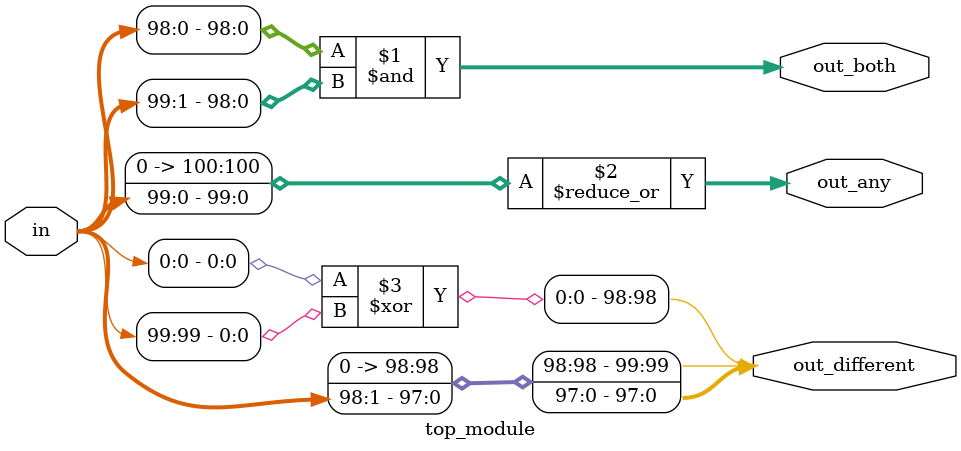
<source format=sv>
module top_module (
	input [99:0] in,
	output [98:0] out_both,
	output [99:1] out_any,
	output [99:0] out_different
);

	assign out_both = in[98:0] & in[99:1];
	assign out_any = |{1'b0, in};
	assign out_different = {in[0] ^ in[99], in[98:1]};

endmodule

</source>
